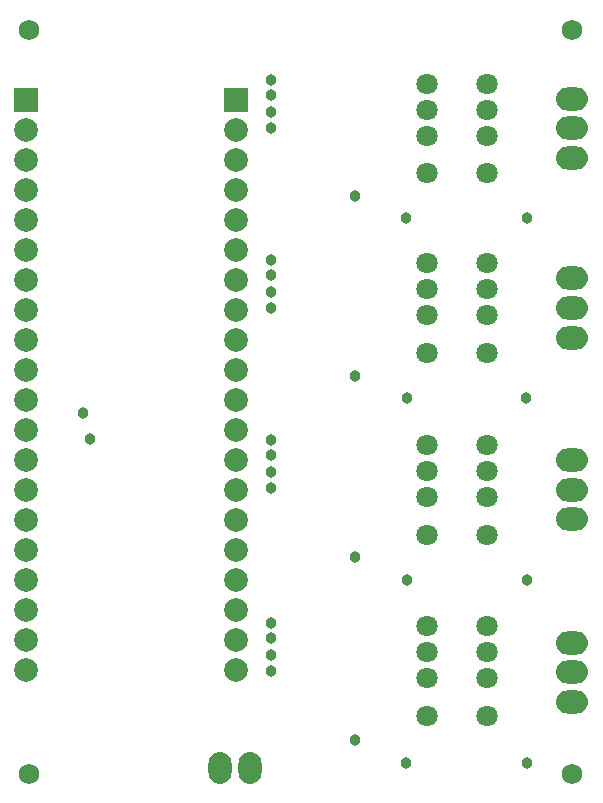
<source format=gbs>
G04*
G04 #@! TF.GenerationSoftware,Altium Limited,Altium Designer,20.2.6 (244)*
G04*
G04 Layer_Color=16711935*
%FSLAX25Y25*%
%MOIN*%
G70*
G04*
G04 #@! TF.SameCoordinates,9E550E5B-D3D8-464A-AF3F-8E1B55BAFF32*
G04*
G04*
G04 #@! TF.FilePolarity,Negative*
G04*
G01*
G75*
%ADD26C,0.06800*%
%ADD27C,0.07887*%
%ADD28R,0.07887X0.07887*%
%ADD29C,0.07102*%
%ADD30O,0.10642X0.07690*%
%ADD31O,0.07690X0.10642*%
%ADD32C,0.03800*%
D26*
X13779Y261812D02*
D03*
X13779Y13779D02*
D03*
X194882Y261811D02*
D03*
X194882Y13780D02*
D03*
D27*
X82996Y148295D02*
D03*
Y138295D02*
D03*
Y158295D02*
D03*
Y168295D02*
D03*
Y178295D02*
D03*
Y188295D02*
D03*
Y198295D02*
D03*
Y208295D02*
D03*
Y218295D02*
D03*
Y228295D02*
D03*
Y128295D02*
D03*
Y118295D02*
D03*
Y108295D02*
D03*
Y98295D02*
D03*
Y88295D02*
D03*
Y78295D02*
D03*
Y68295D02*
D03*
Y58295D02*
D03*
Y48295D02*
D03*
X12996Y148295D02*
D03*
Y138295D02*
D03*
Y158295D02*
D03*
Y168295D02*
D03*
Y178295D02*
D03*
Y188295D02*
D03*
Y198295D02*
D03*
Y208295D02*
D03*
Y218295D02*
D03*
Y228295D02*
D03*
Y128295D02*
D03*
Y118295D02*
D03*
Y108295D02*
D03*
Y98295D02*
D03*
Y88295D02*
D03*
Y78295D02*
D03*
Y68295D02*
D03*
Y58295D02*
D03*
Y48295D02*
D03*
D28*
X82996Y238295D02*
D03*
X12996D02*
D03*
D29*
X166441Y33000D02*
D03*
Y45598D02*
D03*
X146441D02*
D03*
Y33000D02*
D03*
X166441Y54260D02*
D03*
Y62921D02*
D03*
X146441D02*
D03*
Y54260D02*
D03*
X166441Y93500D02*
D03*
Y106098D02*
D03*
X146441D02*
D03*
Y93500D02*
D03*
X166441Y114760D02*
D03*
Y123421D02*
D03*
X146441D02*
D03*
Y114760D02*
D03*
X166441Y213843D02*
D03*
Y226441D02*
D03*
X146441D02*
D03*
Y213843D02*
D03*
X166441Y235102D02*
D03*
Y243764D02*
D03*
X146441D02*
D03*
Y235102D02*
D03*
X166441Y154000D02*
D03*
Y166598D02*
D03*
X146441D02*
D03*
Y154000D02*
D03*
X166441Y175260D02*
D03*
Y183921D02*
D03*
X146441D02*
D03*
Y175260D02*
D03*
D30*
X195071Y47657D02*
D03*
Y57500D02*
D03*
Y37815D02*
D03*
X194941Y108500D02*
D03*
Y118342D02*
D03*
Y98658D02*
D03*
Y228842D02*
D03*
Y238685D02*
D03*
Y219000D02*
D03*
Y169000D02*
D03*
Y178842D02*
D03*
Y159158D02*
D03*
D31*
X87598Y15748D02*
D03*
X77756D02*
D03*
D32*
X179941Y17500D02*
D03*
Y78500D02*
D03*
X179441Y139000D02*
D03*
X179941Y199000D02*
D03*
X139726Y198843D02*
D03*
X139941Y139000D02*
D03*
X139787Y78342D02*
D03*
X139459Y17500D02*
D03*
X94441Y228842D02*
D03*
Y234343D02*
D03*
Y239843D02*
D03*
Y244843D02*
D03*
Y169000D02*
D03*
Y174500D02*
D03*
Y180000D02*
D03*
Y185000D02*
D03*
Y108843D02*
D03*
Y114342D02*
D03*
Y119843D02*
D03*
Y124843D02*
D03*
Y64000D02*
D03*
Y59000D02*
D03*
Y53500D02*
D03*
Y48000D02*
D03*
X122441Y206343D02*
D03*
Y146500D02*
D03*
Y85843D02*
D03*
Y25000D02*
D03*
X34378Y125500D02*
D03*
X31941Y134000D02*
D03*
M02*

</source>
